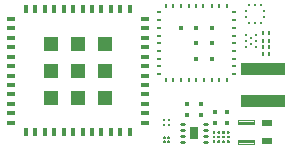
<source format=gbr>
G04 EAGLE Gerber RS-274X export*
G75*
%MOMM*%
%FSLAX34Y34*%
%LPD*%
%INSolderpaste Top*%
%IPPOS*%
%AMOC8*
5,1,8,0,0,1.08239X$1,22.5*%
G01*
G04 Define Apertures*
%ADD10R,0.400000X0.400000*%
%ADD11R,0.700000X0.400000*%
%ADD12R,0.400000X0.700000*%
%ADD13R,1.280000X1.280000*%
%ADD14R,0.224000X0.374000*%
%ADD15R,3.720000X1.120000*%
%ADD16C,0.200000*%
%ADD17C,0.192000*%
%ADD18C,0.120000*%
%ADD19R,0.880000X0.480000*%
%ADD20C,0.127000*%
%ADD21R,0.225000X0.200000*%
%ADD22R,0.200000X0.225000*%
%ADD23R,0.204000X0.224000*%
%ADD24R,0.340000X0.240000*%
%ADD25R,0.240000X0.340000*%
%ADD26C,0.225438*%
%ADD27R,0.640000X1.040000*%
%ADD28R,0.200000X0.300000*%
G36*
X183800Y18600D02*
X183800Y17400D01*
X183785Y17224D01*
X183704Y17067D01*
X183568Y16953D01*
X183400Y16900D01*
X182000Y16900D01*
X181847Y16930D01*
X181717Y17017D01*
X181630Y17147D01*
X181600Y17300D01*
X181600Y18600D01*
X181638Y18791D01*
X181746Y18954D01*
X181909Y19062D01*
X182100Y19100D01*
X183300Y19100D01*
X183491Y19062D01*
X183654Y18954D01*
X183762Y18791D01*
X183800Y18600D01*
G37*
G36*
X183800Y22600D02*
X183800Y21400D01*
X183785Y21224D01*
X183704Y21067D01*
X183568Y20953D01*
X183400Y20900D01*
X182000Y20900D01*
X181847Y20930D01*
X181717Y21017D01*
X181630Y21147D01*
X181600Y21300D01*
X181600Y22600D01*
X181638Y22791D01*
X181746Y22954D01*
X181909Y23062D01*
X182100Y23100D01*
X183300Y23100D01*
X183491Y23062D01*
X183654Y22954D01*
X183762Y22791D01*
X183800Y22600D01*
G37*
G36*
X183800Y26600D02*
X183800Y25400D01*
X183785Y25224D01*
X183704Y25067D01*
X183568Y24953D01*
X183400Y24900D01*
X182000Y24900D01*
X181847Y24930D01*
X181717Y25017D01*
X181630Y25147D01*
X181600Y25300D01*
X181600Y26600D01*
X181638Y26791D01*
X181746Y26954D01*
X181909Y27062D01*
X182100Y27100D01*
X183300Y27100D01*
X183491Y27062D01*
X183654Y26954D01*
X183762Y26791D01*
X183800Y26600D01*
G37*
G36*
X187800Y18600D02*
X187800Y17400D01*
X187785Y17224D01*
X187704Y17067D01*
X187568Y16953D01*
X187400Y16900D01*
X186000Y16900D01*
X185847Y16930D01*
X185717Y17017D01*
X185630Y17147D01*
X185600Y17300D01*
X185600Y18600D01*
X185638Y18791D01*
X185746Y18954D01*
X185909Y19062D01*
X186100Y19100D01*
X187300Y19100D01*
X187491Y19062D01*
X187654Y18954D01*
X187762Y18791D01*
X187800Y18600D01*
G37*
G36*
X187800Y22600D02*
X187800Y21400D01*
X187785Y21224D01*
X187704Y21067D01*
X187568Y20953D01*
X187400Y20900D01*
X186000Y20900D01*
X185847Y20930D01*
X185717Y21017D01*
X185630Y21147D01*
X185600Y21300D01*
X185600Y22600D01*
X185638Y22791D01*
X185746Y22954D01*
X185909Y23062D01*
X186100Y23100D01*
X187300Y23100D01*
X187491Y23062D01*
X187654Y22954D01*
X187762Y22791D01*
X187800Y22600D01*
G37*
G36*
X187800Y26600D02*
X187800Y25400D01*
X187785Y25224D01*
X187704Y25067D01*
X187568Y24953D01*
X187400Y24900D01*
X186000Y24900D01*
X185847Y24930D01*
X185717Y25017D01*
X185630Y25147D01*
X185600Y25300D01*
X185600Y26600D01*
X185638Y26791D01*
X185746Y26954D01*
X185909Y27062D01*
X186100Y27100D01*
X187300Y27100D01*
X187491Y27062D01*
X187654Y26954D01*
X187762Y26791D01*
X187800Y26600D01*
G37*
G36*
X191800Y18600D02*
X191800Y17400D01*
X191785Y17224D01*
X191704Y17067D01*
X191568Y16953D01*
X191400Y16900D01*
X190000Y16900D01*
X189847Y16930D01*
X189717Y17017D01*
X189630Y17147D01*
X189600Y17300D01*
X189600Y18600D01*
X189638Y18791D01*
X189746Y18954D01*
X189909Y19062D01*
X190100Y19100D01*
X191300Y19100D01*
X191491Y19062D01*
X191654Y18954D01*
X191762Y18791D01*
X191800Y18600D01*
G37*
G36*
X191800Y22600D02*
X191800Y21400D01*
X191785Y21224D01*
X191704Y21067D01*
X191568Y20953D01*
X191400Y20900D01*
X190000Y20900D01*
X189847Y20930D01*
X189717Y21017D01*
X189630Y21147D01*
X189600Y21300D01*
X189600Y22600D01*
X189638Y22791D01*
X189746Y22954D01*
X189909Y23062D01*
X190100Y23100D01*
X191300Y23100D01*
X191491Y23062D01*
X191654Y22954D01*
X191762Y22791D01*
X191800Y22600D01*
G37*
G36*
X191800Y26600D02*
X191800Y25400D01*
X191785Y25224D01*
X191704Y25067D01*
X191568Y24953D01*
X191400Y24900D01*
X190000Y24900D01*
X189847Y24930D01*
X189717Y25017D01*
X189630Y25147D01*
X189600Y25300D01*
X189600Y26600D01*
X189638Y26791D01*
X189746Y26954D01*
X189909Y27062D01*
X190100Y27100D01*
X191300Y27100D01*
X191491Y27062D01*
X191654Y26954D01*
X191762Y26791D01*
X191800Y26600D01*
G37*
G36*
X195800Y18600D02*
X195800Y17400D01*
X195785Y17224D01*
X195704Y17067D01*
X195568Y16953D01*
X195400Y16900D01*
X194000Y16900D01*
X193847Y16930D01*
X193717Y17017D01*
X193630Y17147D01*
X193600Y17300D01*
X193600Y18600D01*
X193638Y18791D01*
X193746Y18954D01*
X193909Y19062D01*
X194100Y19100D01*
X195300Y19100D01*
X195491Y19062D01*
X195654Y18954D01*
X195762Y18791D01*
X195800Y18600D01*
G37*
G36*
X195800Y22600D02*
X195800Y21400D01*
X195785Y21224D01*
X195704Y21067D01*
X195568Y20953D01*
X195400Y20900D01*
X194000Y20900D01*
X193847Y20930D01*
X193717Y21017D01*
X193630Y21147D01*
X193600Y21300D01*
X193600Y22600D01*
X193638Y22791D01*
X193746Y22954D01*
X193909Y23062D01*
X194100Y23100D01*
X195300Y23100D01*
X195491Y23062D01*
X195654Y22954D01*
X195762Y22791D01*
X195800Y22600D01*
G37*
G36*
X195800Y26600D02*
X195800Y25400D01*
X195785Y25224D01*
X195704Y25067D01*
X195568Y24953D01*
X195400Y24900D01*
X194000Y24900D01*
X193847Y24930D01*
X193717Y25017D01*
X193630Y25147D01*
X193600Y25300D01*
X193600Y26600D01*
X193638Y26791D01*
X193746Y26954D01*
X193909Y27062D01*
X194100Y27100D01*
X195300Y27100D01*
X195491Y27062D01*
X195654Y26954D01*
X195762Y26791D01*
X195800Y26600D01*
G37*
D10*
X171800Y49500D03*
X171800Y40500D03*
D11*
X10867Y122000D03*
X10867Y114000D03*
X10867Y106000D03*
X10867Y98000D03*
X10867Y90000D03*
X10867Y82000D03*
X10867Y74000D03*
X10867Y66000D03*
X10867Y58000D03*
X10867Y50000D03*
X10867Y42000D03*
X10867Y34000D03*
D12*
X23367Y26000D03*
X31367Y26000D03*
X39367Y26000D03*
X47367Y26000D03*
X55367Y26000D03*
X63367Y26000D03*
X71367Y26000D03*
X79367Y26000D03*
X87367Y26000D03*
X95367Y26000D03*
X103367Y26000D03*
X111367Y26000D03*
D11*
X123867Y34000D03*
X123867Y42000D03*
X123867Y50000D03*
X123867Y58000D03*
X123867Y66000D03*
X123867Y74000D03*
X123867Y82000D03*
X123867Y90000D03*
X123867Y98000D03*
X123867Y106000D03*
X123867Y114000D03*
X123867Y122000D03*
D12*
X111367Y130000D03*
X103367Y130000D03*
X95367Y130000D03*
X87367Y130000D03*
X79367Y130000D03*
X71367Y130000D03*
X63367Y130000D03*
X55367Y130000D03*
X47367Y130000D03*
X39367Y130000D03*
X31367Y130000D03*
X23367Y130000D03*
D13*
X44367Y101000D03*
X67367Y101000D03*
X90367Y101000D03*
X44367Y78000D03*
X67367Y78000D03*
X90367Y78000D03*
X44367Y55000D03*
X67367Y55000D03*
X90367Y55000D03*
D14*
X229350Y103462D03*
X224250Y103462D03*
X229550Y109800D03*
X224450Y109800D03*
X229412Y98000D03*
X224312Y98000D03*
D15*
X224500Y52100D03*
D16*
X144500Y36000D03*
X144500Y32000D03*
X140500Y32000D03*
X140500Y36000D03*
D15*
X224500Y79600D03*
D10*
X159800Y40500D03*
X159800Y49500D03*
D17*
X218150Y108500D03*
X218150Y103500D03*
X218150Y98500D03*
X213900Y106000D03*
X213900Y101000D03*
X209650Y108500D03*
X209650Y103500D03*
X209650Y98500D03*
D18*
X216585Y19850D02*
X216585Y16250D01*
X202867Y16250D01*
X202867Y19850D01*
X216585Y19850D01*
X216585Y17390D02*
X202867Y17390D01*
X202867Y18530D02*
X216585Y18530D01*
X216585Y19670D02*
X202867Y19670D01*
X216585Y32750D02*
X216585Y36350D01*
X216585Y32750D02*
X202867Y32750D01*
X202867Y36350D01*
X216585Y36350D01*
X216585Y33890D02*
X202867Y33890D01*
X202867Y35030D02*
X216585Y35030D01*
X216585Y36170D02*
X202867Y36170D01*
D19*
X227138Y33800D03*
X227138Y18800D03*
D10*
X193700Y43000D03*
X193700Y34000D03*
X183900Y43000D03*
X183900Y34000D03*
D20*
X140228Y18245D02*
X140230Y18289D01*
X140236Y18333D01*
X140246Y18376D01*
X140259Y18418D01*
X140276Y18459D01*
X140297Y18498D01*
X140321Y18535D01*
X140348Y18570D01*
X140378Y18602D01*
X140411Y18632D01*
X140447Y18658D01*
X140484Y18682D01*
X140524Y18701D01*
X140565Y18718D01*
X140608Y18730D01*
X140651Y18739D01*
X140695Y18744D01*
X140739Y18745D01*
X140783Y18742D01*
X140827Y18735D01*
X140870Y18724D01*
X140912Y18710D01*
X140952Y18692D01*
X140991Y18670D01*
X141027Y18646D01*
X141061Y18618D01*
X141093Y18587D01*
X141122Y18553D01*
X141148Y18517D01*
X141170Y18479D01*
X141189Y18439D01*
X141204Y18397D01*
X141216Y18355D01*
X141224Y18311D01*
X141228Y18267D01*
X141228Y18223D01*
X141224Y18179D01*
X141216Y18135D01*
X141204Y18093D01*
X141189Y18051D01*
X141170Y18011D01*
X141148Y17973D01*
X141122Y17937D01*
X141093Y17903D01*
X141061Y17872D01*
X141027Y17844D01*
X140991Y17820D01*
X140952Y17798D01*
X140912Y17780D01*
X140870Y17766D01*
X140827Y17755D01*
X140783Y17748D01*
X140739Y17745D01*
X140695Y17746D01*
X140651Y17751D01*
X140608Y17760D01*
X140565Y17772D01*
X140524Y17789D01*
X140484Y17808D01*
X140447Y17832D01*
X140411Y17858D01*
X140378Y17888D01*
X140348Y17920D01*
X140321Y17955D01*
X140297Y17992D01*
X140276Y18031D01*
X140259Y18072D01*
X140246Y18114D01*
X140236Y18157D01*
X140230Y18201D01*
X140228Y18245D01*
X140228Y21745D02*
X140230Y21789D01*
X140236Y21833D01*
X140246Y21876D01*
X140259Y21918D01*
X140276Y21959D01*
X140297Y21998D01*
X140321Y22035D01*
X140348Y22070D01*
X140378Y22102D01*
X140411Y22132D01*
X140447Y22158D01*
X140484Y22182D01*
X140524Y22201D01*
X140565Y22218D01*
X140608Y22230D01*
X140651Y22239D01*
X140695Y22244D01*
X140739Y22245D01*
X140783Y22242D01*
X140827Y22235D01*
X140870Y22224D01*
X140912Y22210D01*
X140952Y22192D01*
X140991Y22170D01*
X141027Y22146D01*
X141061Y22118D01*
X141093Y22087D01*
X141122Y22053D01*
X141148Y22017D01*
X141170Y21979D01*
X141189Y21939D01*
X141204Y21897D01*
X141216Y21855D01*
X141224Y21811D01*
X141228Y21767D01*
X141228Y21723D01*
X141224Y21679D01*
X141216Y21635D01*
X141204Y21593D01*
X141189Y21551D01*
X141170Y21511D01*
X141148Y21473D01*
X141122Y21437D01*
X141093Y21403D01*
X141061Y21372D01*
X141027Y21344D01*
X140991Y21320D01*
X140952Y21298D01*
X140912Y21280D01*
X140870Y21266D01*
X140827Y21255D01*
X140783Y21248D01*
X140739Y21245D01*
X140695Y21246D01*
X140651Y21251D01*
X140608Y21260D01*
X140565Y21272D01*
X140524Y21289D01*
X140484Y21308D01*
X140447Y21332D01*
X140411Y21358D01*
X140378Y21388D01*
X140348Y21420D01*
X140321Y21455D01*
X140297Y21492D01*
X140276Y21531D01*
X140259Y21572D01*
X140246Y21614D01*
X140236Y21657D01*
X140230Y21701D01*
X140228Y21745D01*
X143728Y18245D02*
X143730Y18289D01*
X143736Y18333D01*
X143746Y18376D01*
X143759Y18418D01*
X143776Y18459D01*
X143797Y18498D01*
X143821Y18535D01*
X143848Y18570D01*
X143878Y18602D01*
X143911Y18632D01*
X143947Y18658D01*
X143984Y18682D01*
X144024Y18701D01*
X144065Y18718D01*
X144108Y18730D01*
X144151Y18739D01*
X144195Y18744D01*
X144239Y18745D01*
X144283Y18742D01*
X144327Y18735D01*
X144370Y18724D01*
X144412Y18710D01*
X144452Y18692D01*
X144491Y18670D01*
X144527Y18646D01*
X144561Y18618D01*
X144593Y18587D01*
X144622Y18553D01*
X144648Y18517D01*
X144670Y18479D01*
X144689Y18439D01*
X144704Y18397D01*
X144716Y18355D01*
X144724Y18311D01*
X144728Y18267D01*
X144728Y18223D01*
X144724Y18179D01*
X144716Y18135D01*
X144704Y18093D01*
X144689Y18051D01*
X144670Y18011D01*
X144648Y17973D01*
X144622Y17937D01*
X144593Y17903D01*
X144561Y17872D01*
X144527Y17844D01*
X144491Y17820D01*
X144452Y17798D01*
X144412Y17780D01*
X144370Y17766D01*
X144327Y17755D01*
X144283Y17748D01*
X144239Y17745D01*
X144195Y17746D01*
X144151Y17751D01*
X144108Y17760D01*
X144065Y17772D01*
X144024Y17789D01*
X143984Y17808D01*
X143947Y17832D01*
X143911Y17858D01*
X143878Y17888D01*
X143848Y17920D01*
X143821Y17955D01*
X143797Y17992D01*
X143776Y18031D01*
X143759Y18072D01*
X143746Y18114D01*
X143736Y18157D01*
X143730Y18201D01*
X143728Y18245D01*
X143728Y21745D02*
X143730Y21789D01*
X143736Y21833D01*
X143746Y21876D01*
X143759Y21918D01*
X143776Y21959D01*
X143797Y21998D01*
X143821Y22035D01*
X143848Y22070D01*
X143878Y22102D01*
X143911Y22132D01*
X143947Y22158D01*
X143984Y22182D01*
X144024Y22201D01*
X144065Y22218D01*
X144108Y22230D01*
X144151Y22239D01*
X144195Y22244D01*
X144239Y22245D01*
X144283Y22242D01*
X144327Y22235D01*
X144370Y22224D01*
X144412Y22210D01*
X144452Y22192D01*
X144491Y22170D01*
X144527Y22146D01*
X144561Y22118D01*
X144593Y22087D01*
X144622Y22053D01*
X144648Y22017D01*
X144670Y21979D01*
X144689Y21939D01*
X144704Y21897D01*
X144716Y21855D01*
X144724Y21811D01*
X144728Y21767D01*
X144728Y21723D01*
X144724Y21679D01*
X144716Y21635D01*
X144704Y21593D01*
X144689Y21551D01*
X144670Y21511D01*
X144648Y21473D01*
X144622Y21437D01*
X144593Y21403D01*
X144561Y21372D01*
X144527Y21344D01*
X144491Y21320D01*
X144452Y21298D01*
X144412Y21280D01*
X144370Y21266D01*
X144327Y21255D01*
X144283Y21248D01*
X144239Y21245D01*
X144195Y21246D01*
X144151Y21251D01*
X144108Y21260D01*
X144065Y21272D01*
X144024Y21289D01*
X143984Y21308D01*
X143947Y21332D01*
X143911Y21358D01*
X143878Y21388D01*
X143848Y21420D01*
X143821Y21455D01*
X143797Y21492D01*
X143776Y21531D01*
X143759Y21572D01*
X143746Y21614D01*
X143736Y21657D01*
X143730Y21701D01*
X143728Y21745D01*
D21*
X224850Y123500D03*
X224850Y128500D03*
D22*
X222200Y133650D03*
X217200Y133650D03*
X212200Y133650D03*
D21*
X209550Y128500D03*
X209550Y123500D03*
D22*
X212200Y118350D03*
X217200Y118350D03*
D23*
X222200Y118350D03*
D24*
X199200Y75400D03*
X199200Y81900D03*
X199200Y88400D03*
X199200Y94900D03*
X199200Y101400D03*
X199200Y107900D03*
X199200Y114400D03*
X199200Y120900D03*
X199200Y127400D03*
D25*
X193700Y132900D03*
X187200Y132900D03*
X180700Y132900D03*
X173700Y132900D03*
X167700Y132900D03*
X161200Y132900D03*
X154700Y132900D03*
X148200Y132900D03*
X141700Y132900D03*
D24*
X136200Y127400D03*
X136200Y120900D03*
X136200Y114400D03*
X136200Y107900D03*
X136200Y101400D03*
X136200Y94900D03*
X136200Y88400D03*
X136200Y81900D03*
X136200Y75400D03*
D25*
X141700Y69900D03*
X148200Y69900D03*
X154700Y69900D03*
X161200Y69900D03*
X167700Y69900D03*
X174200Y69900D03*
X180700Y69900D03*
X186700Y69900D03*
X193700Y69900D03*
D10*
X167700Y101400D03*
X167700Y88400D03*
X180700Y88400D03*
X180700Y101400D03*
X180700Y114400D03*
X167700Y114400D03*
X154700Y114400D03*
D26*
X154750Y32900D02*
X157550Y32900D01*
X157550Y27900D02*
X154750Y27900D01*
X154750Y22900D02*
X157550Y22900D01*
X157550Y17900D02*
X154750Y17900D01*
X174250Y17900D02*
X177050Y17900D01*
X177050Y22900D02*
X174250Y22900D01*
X174250Y27900D02*
X177050Y27900D01*
X177050Y32900D02*
X174250Y32900D01*
D27*
X165900Y25400D03*
D28*
X224524Y92438D03*
X229524Y92438D03*
M02*

</source>
